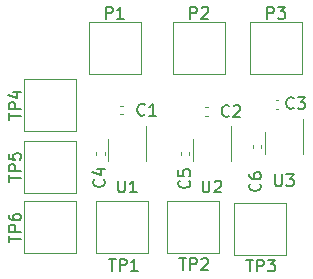
<source format=gbr>
%TF.GenerationSoftware,KiCad,Pcbnew,(5.1.10)-1*%
%TF.CreationDate,2021-10-31T22:14:32-07:00*%
%TF.ProjectId,touch_sensor_fp_board,746f7563-685f-4736-956e-736f725f6670,v1.4*%
%TF.SameCoordinates,Original*%
%TF.FileFunction,Legend,Top*%
%TF.FilePolarity,Positive*%
%FSLAX46Y46*%
G04 Gerber Fmt 4.6, Leading zero omitted, Abs format (unit mm)*
G04 Created by KiCad (PCBNEW (5.1.10)-1) date 2021-10-31 22:14:32*
%MOMM*%
%LPD*%
G01*
G04 APERTURE LIST*
%ADD10C,0.120000*%
%ADD11C,0.150000*%
G04 APERTURE END LIST*
D10*
%TO.C,P3*%
X178150000Y-71400000D02*
X178150000Y-67000000D01*
X182550000Y-71400000D02*
X178150000Y-71400000D01*
X182550000Y-67000000D02*
X182550000Y-71400000D01*
X178150000Y-67000000D02*
X182550000Y-67000000D01*
%TO.C,P2*%
X171650000Y-71400000D02*
X171650000Y-67000000D01*
X176050000Y-71400000D02*
X171650000Y-71400000D01*
X176050000Y-67000000D02*
X176050000Y-71400000D01*
X171650000Y-67000000D02*
X176050000Y-67000000D01*
%TO.C,P1*%
X164500000Y-71400000D02*
X164500000Y-67000000D01*
X168900000Y-71400000D02*
X164500000Y-71400000D01*
X168900000Y-67000000D02*
X168900000Y-71400000D01*
X164500000Y-67000000D02*
X168900000Y-67000000D01*
%TO.C,C1*%
X167176665Y-74860000D02*
X167408335Y-74860000D01*
X167176665Y-74140000D02*
X167408335Y-74140000D01*
%TO.C,C2*%
X174351665Y-74265000D02*
X174583335Y-74265000D01*
X174351665Y-74985000D02*
X174583335Y-74985000D01*
%TO.C,C3*%
X180326665Y-73665000D02*
X180558335Y-73665000D01*
X180326665Y-74385000D02*
X180558335Y-74385000D01*
%TO.C,C4*%
X165140000Y-78298335D02*
X165140000Y-78066665D01*
X165860000Y-78298335D02*
X165860000Y-78066665D01*
%TO.C,C5*%
X173035000Y-78298335D02*
X173035000Y-78066665D01*
X172315000Y-78298335D02*
X172315000Y-78066665D01*
%TO.C,C6*%
X179110000Y-77698335D02*
X179110000Y-77466665D01*
X178390000Y-77698335D02*
X178390000Y-77466665D01*
%TO.C,TP1*%
X165125000Y-86625000D02*
X165125000Y-82225000D01*
X169525000Y-86625000D02*
X165125000Y-86625000D01*
X169525000Y-82225000D02*
X169525000Y-86625000D01*
X165125000Y-82225000D02*
X169525000Y-82225000D01*
%TO.C,TP2*%
X171175000Y-82150000D02*
X175575000Y-82150000D01*
X175575000Y-82150000D02*
X175575000Y-86550000D01*
X175575000Y-86550000D02*
X171175000Y-86550000D01*
X171175000Y-86550000D02*
X171175000Y-82150000D01*
%TO.C,TP3*%
X176800000Y-86750000D02*
X176800000Y-82350000D01*
X181200000Y-86750000D02*
X176800000Y-86750000D01*
X181200000Y-82350000D02*
X181200000Y-86750000D01*
X176800000Y-82350000D02*
X181200000Y-82350000D01*
%TO.C,TP4*%
X163400000Y-76250000D02*
X159000000Y-76250000D01*
X163400000Y-71850000D02*
X163400000Y-76250000D01*
X159000000Y-71850000D02*
X163400000Y-71850000D01*
X159000000Y-76250000D02*
X159000000Y-71850000D01*
%TO.C,TP5*%
X159000000Y-81500000D02*
X159000000Y-77100000D01*
X159000000Y-77100000D02*
X163400000Y-77100000D01*
X163400000Y-77100000D02*
X163400000Y-81500000D01*
X163400000Y-81500000D02*
X159000000Y-81500000D01*
%TO.C,TP6*%
X163400000Y-86625000D02*
X159000000Y-86625000D01*
X163400000Y-82225000D02*
X163400000Y-86625000D01*
X159000000Y-82225000D02*
X163400000Y-82225000D01*
X159000000Y-86625000D02*
X159000000Y-82225000D01*
%TO.C,U1*%
X166140000Y-76975000D02*
X166140000Y-78775000D01*
X169360000Y-78775000D02*
X169360000Y-75825000D01*
%TO.C,U2*%
X176535000Y-78775000D02*
X176535000Y-75825000D01*
X173315000Y-76975000D02*
X173315000Y-78775000D01*
%TO.C,U3*%
X179440000Y-76375000D02*
X179440000Y-78175000D01*
X182660000Y-78175000D02*
X182660000Y-75225000D01*
%TO.C,P3*%
D11*
X179611904Y-66754380D02*
X179611904Y-65754380D01*
X179992857Y-65754380D01*
X180088095Y-65802000D01*
X180135714Y-65849619D01*
X180183333Y-65944857D01*
X180183333Y-66087714D01*
X180135714Y-66182952D01*
X180088095Y-66230571D01*
X179992857Y-66278190D01*
X179611904Y-66278190D01*
X180516666Y-65754380D02*
X181135714Y-65754380D01*
X180802380Y-66135333D01*
X180945238Y-66135333D01*
X181040476Y-66182952D01*
X181088095Y-66230571D01*
X181135714Y-66325809D01*
X181135714Y-66563904D01*
X181088095Y-66659142D01*
X181040476Y-66706761D01*
X180945238Y-66754380D01*
X180659523Y-66754380D01*
X180564285Y-66706761D01*
X180516666Y-66659142D01*
%TO.C,P2*%
X173111904Y-66754380D02*
X173111904Y-65754380D01*
X173492857Y-65754380D01*
X173588095Y-65802000D01*
X173635714Y-65849619D01*
X173683333Y-65944857D01*
X173683333Y-66087714D01*
X173635714Y-66182952D01*
X173588095Y-66230571D01*
X173492857Y-66278190D01*
X173111904Y-66278190D01*
X174064285Y-65849619D02*
X174111904Y-65802000D01*
X174207142Y-65754380D01*
X174445238Y-65754380D01*
X174540476Y-65802000D01*
X174588095Y-65849619D01*
X174635714Y-65944857D01*
X174635714Y-66040095D01*
X174588095Y-66182952D01*
X174016666Y-66754380D01*
X174635714Y-66754380D01*
%TO.C,P1*%
X165961904Y-66754380D02*
X165961904Y-65754380D01*
X166342857Y-65754380D01*
X166438095Y-65802000D01*
X166485714Y-65849619D01*
X166533333Y-65944857D01*
X166533333Y-66087714D01*
X166485714Y-66182952D01*
X166438095Y-66230571D01*
X166342857Y-66278190D01*
X165961904Y-66278190D01*
X167485714Y-66754380D02*
X166914285Y-66754380D01*
X167200000Y-66754380D02*
X167200000Y-65754380D01*
X167104761Y-65897238D01*
X167009523Y-65992476D01*
X166914285Y-66040095D01*
%TO.C,C1*%
X169251190Y-74857142D02*
X169203571Y-74904761D01*
X169060714Y-74952380D01*
X168965476Y-74952380D01*
X168822618Y-74904761D01*
X168727380Y-74809523D01*
X168679761Y-74714285D01*
X168632142Y-74523809D01*
X168632142Y-74380952D01*
X168679761Y-74190476D01*
X168727380Y-74095238D01*
X168822618Y-74000000D01*
X168965476Y-73952380D01*
X169060714Y-73952380D01*
X169203571Y-74000000D01*
X169251190Y-74047619D01*
X170203571Y-74952380D02*
X169632142Y-74952380D01*
X169917857Y-74952380D02*
X169917857Y-73952380D01*
X169822618Y-74095238D01*
X169727380Y-74190476D01*
X169632142Y-74238095D01*
%TO.C,C2*%
X176408333Y-74982142D02*
X176360714Y-75029761D01*
X176217857Y-75077380D01*
X176122619Y-75077380D01*
X175979761Y-75029761D01*
X175884523Y-74934523D01*
X175836904Y-74839285D01*
X175789285Y-74648809D01*
X175789285Y-74505952D01*
X175836904Y-74315476D01*
X175884523Y-74220238D01*
X175979761Y-74125000D01*
X176122619Y-74077380D01*
X176217857Y-74077380D01*
X176360714Y-74125000D01*
X176408333Y-74172619D01*
X176789285Y-74172619D02*
X176836904Y-74125000D01*
X176932142Y-74077380D01*
X177170238Y-74077380D01*
X177265476Y-74125000D01*
X177313095Y-74172619D01*
X177360714Y-74267857D01*
X177360714Y-74363095D01*
X177313095Y-74505952D01*
X176741666Y-75077380D01*
X177360714Y-75077380D01*
%TO.C,C3*%
X181858333Y-74307142D02*
X181810714Y-74354761D01*
X181667857Y-74402380D01*
X181572619Y-74402380D01*
X181429761Y-74354761D01*
X181334523Y-74259523D01*
X181286904Y-74164285D01*
X181239285Y-73973809D01*
X181239285Y-73830952D01*
X181286904Y-73640476D01*
X181334523Y-73545238D01*
X181429761Y-73450000D01*
X181572619Y-73402380D01*
X181667857Y-73402380D01*
X181810714Y-73450000D01*
X181858333Y-73497619D01*
X182191666Y-73402380D02*
X182810714Y-73402380D01*
X182477380Y-73783333D01*
X182620238Y-73783333D01*
X182715476Y-73830952D01*
X182763095Y-73878571D01*
X182810714Y-73973809D01*
X182810714Y-74211904D01*
X182763095Y-74307142D01*
X182715476Y-74354761D01*
X182620238Y-74402380D01*
X182334523Y-74402380D01*
X182239285Y-74354761D01*
X182191666Y-74307142D01*
%TO.C,C4*%
X165782142Y-80366666D02*
X165829761Y-80414285D01*
X165877380Y-80557142D01*
X165877380Y-80652380D01*
X165829761Y-80795238D01*
X165734523Y-80890476D01*
X165639285Y-80938095D01*
X165448809Y-80985714D01*
X165305952Y-80985714D01*
X165115476Y-80938095D01*
X165020238Y-80890476D01*
X164925000Y-80795238D01*
X164877380Y-80652380D01*
X164877380Y-80557142D01*
X164925000Y-80414285D01*
X164972619Y-80366666D01*
X165210714Y-79509523D02*
X165877380Y-79509523D01*
X164829761Y-79747619D02*
X165544047Y-79985714D01*
X165544047Y-79366666D01*
%TO.C,C5*%
X173007142Y-80466666D02*
X173054761Y-80514285D01*
X173102380Y-80657142D01*
X173102380Y-80752380D01*
X173054761Y-80895238D01*
X172959523Y-80990476D01*
X172864285Y-81038095D01*
X172673809Y-81085714D01*
X172530952Y-81085714D01*
X172340476Y-81038095D01*
X172245238Y-80990476D01*
X172150000Y-80895238D01*
X172102380Y-80752380D01*
X172102380Y-80657142D01*
X172150000Y-80514285D01*
X172197619Y-80466666D01*
X172102380Y-79561904D02*
X172102380Y-80038095D01*
X172578571Y-80085714D01*
X172530952Y-80038095D01*
X172483333Y-79942857D01*
X172483333Y-79704761D01*
X172530952Y-79609523D01*
X172578571Y-79561904D01*
X172673809Y-79514285D01*
X172911904Y-79514285D01*
X173007142Y-79561904D01*
X173054761Y-79609523D01*
X173102380Y-79704761D01*
X173102380Y-79942857D01*
X173054761Y-80038095D01*
X173007142Y-80085714D01*
%TO.C,C6*%
X179007142Y-80716666D02*
X179054761Y-80764285D01*
X179102380Y-80907142D01*
X179102380Y-81002380D01*
X179054761Y-81145238D01*
X178959523Y-81240476D01*
X178864285Y-81288095D01*
X178673809Y-81335714D01*
X178530952Y-81335714D01*
X178340476Y-81288095D01*
X178245238Y-81240476D01*
X178150000Y-81145238D01*
X178102380Y-81002380D01*
X178102380Y-80907142D01*
X178150000Y-80764285D01*
X178197619Y-80716666D01*
X178102380Y-79859523D02*
X178102380Y-80050000D01*
X178150000Y-80145238D01*
X178197619Y-80192857D01*
X178340476Y-80288095D01*
X178530952Y-80335714D01*
X178911904Y-80335714D01*
X179007142Y-80288095D01*
X179054761Y-80240476D01*
X179102380Y-80145238D01*
X179102380Y-79954761D01*
X179054761Y-79859523D01*
X179007142Y-79811904D01*
X178911904Y-79764285D01*
X178673809Y-79764285D01*
X178578571Y-79811904D01*
X178530952Y-79859523D01*
X178483333Y-79954761D01*
X178483333Y-80145238D01*
X178530952Y-80240476D01*
X178578571Y-80288095D01*
X178673809Y-80335714D01*
%TO.C,TP1*%
X166238095Y-87102380D02*
X166809523Y-87102380D01*
X166523809Y-88102380D02*
X166523809Y-87102380D01*
X167142857Y-88102380D02*
X167142857Y-87102380D01*
X167523809Y-87102380D01*
X167619047Y-87150000D01*
X167666666Y-87197619D01*
X167714285Y-87292857D01*
X167714285Y-87435714D01*
X167666666Y-87530952D01*
X167619047Y-87578571D01*
X167523809Y-87626190D01*
X167142857Y-87626190D01*
X168666666Y-88102380D02*
X168095238Y-88102380D01*
X168380952Y-88102380D02*
X168380952Y-87102380D01*
X168285714Y-87245238D01*
X168190476Y-87340476D01*
X168095238Y-87388095D01*
%TO.C,TP2*%
X172188095Y-87027380D02*
X172759523Y-87027380D01*
X172473809Y-88027380D02*
X172473809Y-87027380D01*
X173092857Y-88027380D02*
X173092857Y-87027380D01*
X173473809Y-87027380D01*
X173569047Y-87075000D01*
X173616666Y-87122619D01*
X173664285Y-87217857D01*
X173664285Y-87360714D01*
X173616666Y-87455952D01*
X173569047Y-87503571D01*
X173473809Y-87551190D01*
X173092857Y-87551190D01*
X174045238Y-87122619D02*
X174092857Y-87075000D01*
X174188095Y-87027380D01*
X174426190Y-87027380D01*
X174521428Y-87075000D01*
X174569047Y-87122619D01*
X174616666Y-87217857D01*
X174616666Y-87313095D01*
X174569047Y-87455952D01*
X173997619Y-88027380D01*
X174616666Y-88027380D01*
%TO.C,TP3*%
X177863095Y-87152380D02*
X178434523Y-87152380D01*
X178148809Y-88152380D02*
X178148809Y-87152380D01*
X178767857Y-88152380D02*
X178767857Y-87152380D01*
X179148809Y-87152380D01*
X179244047Y-87200000D01*
X179291666Y-87247619D01*
X179339285Y-87342857D01*
X179339285Y-87485714D01*
X179291666Y-87580952D01*
X179244047Y-87628571D01*
X179148809Y-87676190D01*
X178767857Y-87676190D01*
X179672619Y-87152380D02*
X180291666Y-87152380D01*
X179958333Y-87533333D01*
X180101190Y-87533333D01*
X180196428Y-87580952D01*
X180244047Y-87628571D01*
X180291666Y-87723809D01*
X180291666Y-87961904D01*
X180244047Y-88057142D01*
X180196428Y-88104761D01*
X180101190Y-88152380D01*
X179815476Y-88152380D01*
X179720238Y-88104761D01*
X179672619Y-88057142D01*
%TO.C,TP4*%
X157754380Y-75311904D02*
X157754380Y-74740476D01*
X158754380Y-75026190D02*
X157754380Y-75026190D01*
X158754380Y-74407142D02*
X157754380Y-74407142D01*
X157754380Y-74026190D01*
X157802000Y-73930952D01*
X157849619Y-73883333D01*
X157944857Y-73835714D01*
X158087714Y-73835714D01*
X158182952Y-73883333D01*
X158230571Y-73930952D01*
X158278190Y-74026190D01*
X158278190Y-74407142D01*
X158087714Y-72978571D02*
X158754380Y-72978571D01*
X157706761Y-73216666D02*
X158421047Y-73454761D01*
X158421047Y-72835714D01*
%TO.C,TP5*%
X157754380Y-80561904D02*
X157754380Y-79990476D01*
X158754380Y-80276190D02*
X157754380Y-80276190D01*
X158754380Y-79657142D02*
X157754380Y-79657142D01*
X157754380Y-79276190D01*
X157802000Y-79180952D01*
X157849619Y-79133333D01*
X157944857Y-79085714D01*
X158087714Y-79085714D01*
X158182952Y-79133333D01*
X158230571Y-79180952D01*
X158278190Y-79276190D01*
X158278190Y-79657142D01*
X157754380Y-78180952D02*
X157754380Y-78657142D01*
X158230571Y-78704761D01*
X158182952Y-78657142D01*
X158135333Y-78561904D01*
X158135333Y-78323809D01*
X158182952Y-78228571D01*
X158230571Y-78180952D01*
X158325809Y-78133333D01*
X158563904Y-78133333D01*
X158659142Y-78180952D01*
X158706761Y-78228571D01*
X158754380Y-78323809D01*
X158754380Y-78561904D01*
X158706761Y-78657142D01*
X158659142Y-78704761D01*
%TO.C,TP6*%
X157754380Y-85686904D02*
X157754380Y-85115476D01*
X158754380Y-85401190D02*
X157754380Y-85401190D01*
X158754380Y-84782142D02*
X157754380Y-84782142D01*
X157754380Y-84401190D01*
X157802000Y-84305952D01*
X157849619Y-84258333D01*
X157944857Y-84210714D01*
X158087714Y-84210714D01*
X158182952Y-84258333D01*
X158230571Y-84305952D01*
X158278190Y-84401190D01*
X158278190Y-84782142D01*
X157754380Y-83353571D02*
X157754380Y-83544047D01*
X157802000Y-83639285D01*
X157849619Y-83686904D01*
X157992476Y-83782142D01*
X158182952Y-83829761D01*
X158563904Y-83829761D01*
X158659142Y-83782142D01*
X158706761Y-83734523D01*
X158754380Y-83639285D01*
X158754380Y-83448809D01*
X158706761Y-83353571D01*
X158659142Y-83305952D01*
X158563904Y-83258333D01*
X158325809Y-83258333D01*
X158230571Y-83305952D01*
X158182952Y-83353571D01*
X158135333Y-83448809D01*
X158135333Y-83639285D01*
X158182952Y-83734523D01*
X158230571Y-83782142D01*
X158325809Y-83829761D01*
%TO.C,U1*%
X166988095Y-80452380D02*
X166988095Y-81261904D01*
X167035714Y-81357142D01*
X167083333Y-81404761D01*
X167178571Y-81452380D01*
X167369047Y-81452380D01*
X167464285Y-81404761D01*
X167511904Y-81357142D01*
X167559523Y-81261904D01*
X167559523Y-80452380D01*
X168559523Y-81452380D02*
X167988095Y-81452380D01*
X168273809Y-81452380D02*
X168273809Y-80452380D01*
X168178571Y-80595238D01*
X168083333Y-80690476D01*
X167988095Y-80738095D01*
%TO.C,U2*%
X174163095Y-80452380D02*
X174163095Y-81261904D01*
X174210714Y-81357142D01*
X174258333Y-81404761D01*
X174353571Y-81452380D01*
X174544047Y-81452380D01*
X174639285Y-81404761D01*
X174686904Y-81357142D01*
X174734523Y-81261904D01*
X174734523Y-80452380D01*
X175163095Y-80547619D02*
X175210714Y-80500000D01*
X175305952Y-80452380D01*
X175544047Y-80452380D01*
X175639285Y-80500000D01*
X175686904Y-80547619D01*
X175734523Y-80642857D01*
X175734523Y-80738095D01*
X175686904Y-80880952D01*
X175115476Y-81452380D01*
X175734523Y-81452380D01*
%TO.C,U3*%
X180288095Y-79927380D02*
X180288095Y-80736904D01*
X180335714Y-80832142D01*
X180383333Y-80879761D01*
X180478571Y-80927380D01*
X180669047Y-80927380D01*
X180764285Y-80879761D01*
X180811904Y-80832142D01*
X180859523Y-80736904D01*
X180859523Y-79927380D01*
X181240476Y-79927380D02*
X181859523Y-79927380D01*
X181526190Y-80308333D01*
X181669047Y-80308333D01*
X181764285Y-80355952D01*
X181811904Y-80403571D01*
X181859523Y-80498809D01*
X181859523Y-80736904D01*
X181811904Y-80832142D01*
X181764285Y-80879761D01*
X181669047Y-80927380D01*
X181383333Y-80927380D01*
X181288095Y-80879761D01*
X181240476Y-80832142D01*
%TD*%
M02*

</source>
